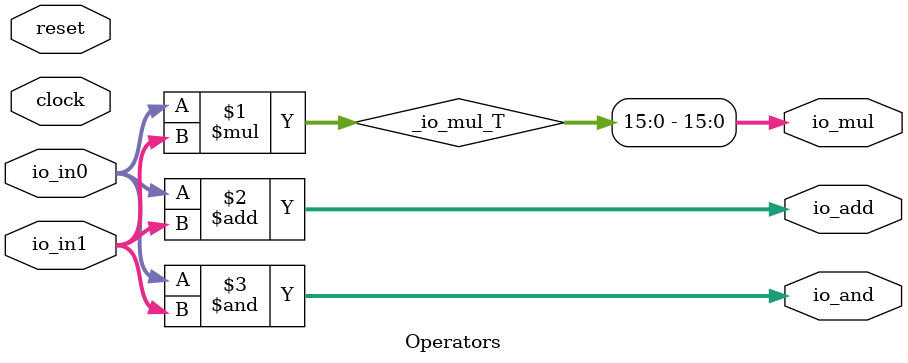
<source format=v>
module Operators(
  input         clock,
  input         reset,
  input  [15:0] io_in0,
  input  [15:0] io_in1,
  output [15:0] io_add,
  output [15:0] io_mul,
  output [15:0] io_and
);
  wire [31:0] _io_mul_T = io_in0 * io_in1; // @[Operators.scala 16:20]
  assign io_add = io_in0 + io_in1; // @[Operators.scala 15:20]
  assign io_mul = _io_mul_T[15:0]; // @[Operators.scala 16:10]
  assign io_and = io_in0 & io_in1; // @[Operators.scala 17:20]
endmodule

</source>
